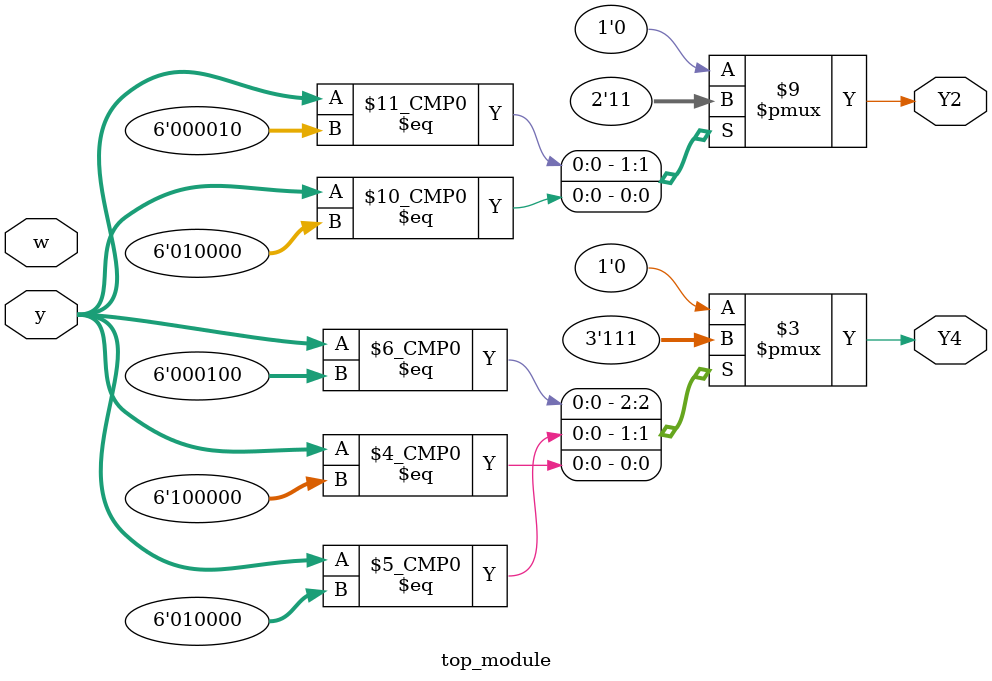
<source format=sv>
module top_module (
	input [6:1] y,
	input w,
	output Y2,
	output Y4
);
reg Y2, Y4;

always @(y or w) begin
	case(y)
		6'b000001: begin // state A
			Y2 = 1'b0;
			Y4 = 1'b0;
		end
		6'b000010: begin // state B
			Y2 = 1'b1;
			Y4 = 1'b0;
		end
		6'b000100: begin // state C
			Y2 = 1'b0;
			Y4 = 1'b1;
		end
		6'b001000: begin // state D
			Y2 = 1'b0;
			Y4 = 1'b0;
		end
		6'b010000: begin // state E
			Y2 = 1'b1;
			Y4 = 1'b1;
		end
		6'b100000: begin // state F
			Y2 = 1'b0;
			Y4 = 1'b1;
		end
		default: begin
			Y2 = 1'b0;
			Y4 = 1'b0;
		end
	endcase
end

endmodule

</source>
